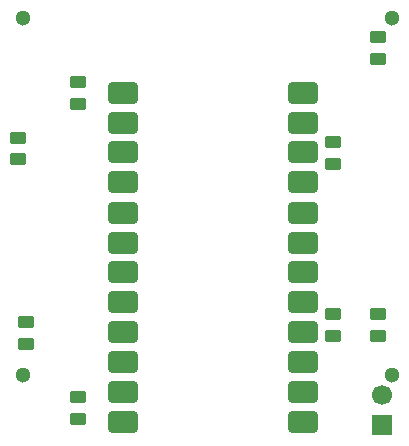
<source format=gbr>
%TF.GenerationSoftware,KiCad,Pcbnew,9.0.3*%
%TF.CreationDate,2025-10-09T23:36:15+02:00*%
%TF.ProjectId,ledkiv2,6c65646b-6976-4322-9e6b-696361645f70,rev?*%
%TF.SameCoordinates,Original*%
%TF.FileFunction,Soldermask,Bot*%
%TF.FilePolarity,Negative*%
%FSLAX46Y46*%
G04 Gerber Fmt 4.6, Leading zero omitted, Abs format (unit mm)*
G04 Created by KiCad (PCBNEW 9.0.3) date 2025-10-09 23:36:15*
%MOMM*%
%LPD*%
G01*
G04 APERTURE LIST*
G04 Aperture macros list*
%AMRoundRect*
0 Rectangle with rounded corners*
0 $1 Rounding radius*
0 $2 $3 $4 $5 $6 $7 $8 $9 X,Y pos of 4 corners*
0 Add a 4 corners polygon primitive as box body*
4,1,4,$2,$3,$4,$5,$6,$7,$8,$9,$2,$3,0*
0 Add four circle primitives for the rounded corners*
1,1,$1+$1,$2,$3*
1,1,$1+$1,$4,$5*
1,1,$1+$1,$6,$7*
1,1,$1+$1,$8,$9*
0 Add four rect primitives between the rounded corners*
20,1,$1+$1,$2,$3,$4,$5,0*
20,1,$1+$1,$4,$5,$6,$7,0*
20,1,$1+$1,$6,$7,$8,$9,0*
20,1,$1+$1,$8,$9,$2,$3,0*%
G04 Aperture macros list end*
%ADD10C,1.300000*%
%ADD11R,1.700000X1.700000*%
%ADD12C,1.700000*%
%ADD13RoundRect,0.270000X0.980000X-0.630000X0.980000X0.630000X-0.980000X0.630000X-0.980000X-0.630000X0*%
%ADD14RoundRect,0.250000X-0.450000X0.262500X-0.450000X-0.262500X0.450000X-0.262500X0.450000X0.262500X0*%
%ADD15RoundRect,0.250000X0.450000X-0.262500X0.450000X0.262500X-0.450000X0.262500X-0.450000X-0.262500X0*%
G04 APERTURE END LIST*
D10*
%TO.C,*%
X150232000Y-81326000D03*
%TD*%
%TO.C,*%
X181474000Y-81326000D03*
%TD*%
%TO.C,*%
X181474000Y-111552000D03*
%TD*%
%TO.C,*%
X150232000Y-111552000D03*
%TD*%
D11*
%TO.C,e1*%
X180677000Y-115835000D03*
D12*
X180677000Y-113295000D03*
%TD*%
D13*
%TO.C,J1*%
X173981000Y-87676000D03*
X173981000Y-90216000D03*
X173981000Y-92716000D03*
X173981000Y-95256000D03*
X173981000Y-97836000D03*
X173981000Y-100376000D03*
X173981000Y-102876000D03*
X173981000Y-105416000D03*
X174019082Y-107931343D03*
X174019082Y-110471343D03*
X174019082Y-113011343D03*
X174019082Y-115551343D03*
X158779082Y-115551343D03*
X158779082Y-113011343D03*
X158779082Y-110471343D03*
X158779082Y-107931343D03*
X158741000Y-105416000D03*
X158741000Y-102876000D03*
X158741000Y-100376000D03*
X158741000Y-97836000D03*
X158741000Y-95256000D03*
X158741000Y-92716000D03*
X158741000Y-90216000D03*
X158741000Y-87676000D03*
%TD*%
D14*
%TO.C,R2*%
X154931000Y-88588500D03*
X154931000Y-86763500D03*
%TD*%
%TO.C,R3*%
X149851000Y-93311000D03*
X149851000Y-91486000D03*
%TD*%
%TO.C,R6*%
X176521000Y-106448500D03*
X176521000Y-108273500D03*
%TD*%
D15*
%TO.C,R4*%
X176521000Y-91843500D03*
X176521000Y-93668500D03*
%TD*%
%TO.C,R7*%
X150486000Y-108908500D03*
X150486000Y-107083500D03*
%TD*%
D14*
%TO.C,R5*%
X180331000Y-106448500D03*
X180331000Y-108273500D03*
%TD*%
%TO.C,R1*%
X180331000Y-82953500D03*
X180331000Y-84778500D03*
%TD*%
%TO.C,R8*%
X154931000Y-113433500D03*
X154931000Y-115258500D03*
%TD*%
M02*

</source>
